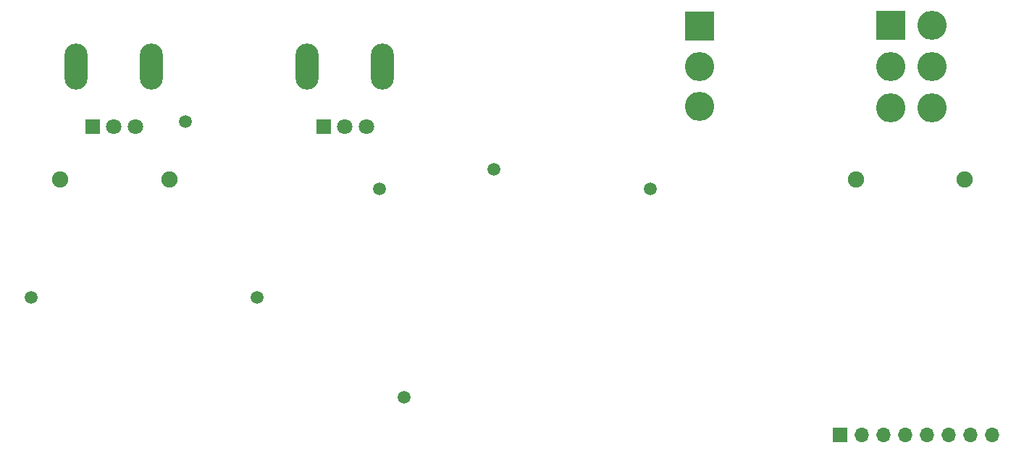
<source format=gbr>
%TF.GenerationSoftware,KiCad,Pcbnew,(6.0.9-0)*%
%TF.CreationDate,2024-08-25T20:50:42+02:00*%
%TF.ProjectId,preamp-test,70726561-6d70-42d7-9465-73742e6b6963,rev?*%
%TF.SameCoordinates,Original*%
%TF.FileFunction,Soldermask,Top*%
%TF.FilePolarity,Negative*%
%FSLAX46Y46*%
G04 Gerber Fmt 4.6, Leading zero omitted, Abs format (unit mm)*
G04 Created by KiCad (PCBNEW (6.0.9-0)) date 2024-08-25 20:50:42*
%MOMM*%
%LPD*%
G01*
G04 APERTURE LIST*
%ADD10R,3.416000X3.416000*%
%ADD11O,3.416000X3.416000*%
%ADD12O,2.700000X5.400000*%
%ADD13R,1.800000X1.800000*%
%ADD14C,1.800000*%
%ADD15C,1.900000*%
%ADD16C,1.500000*%
%ADD17R,1.700000X1.700000*%
%ADD18O,1.700000X1.700000*%
G04 APERTURE END LIST*
D10*
%TO.C,SW1*%
X121900000Y-73701000D03*
D11*
X121900000Y-78400000D03*
X121900000Y-83099000D03*
%TD*%
D12*
%TO.C,RV2*%
X57800000Y-78400000D03*
X49000000Y-78400000D03*
D13*
X50900000Y-85400000D03*
D14*
X53400000Y-85400000D03*
X55900000Y-85400000D03*
%TD*%
D12*
%TO.C,RV1*%
X84800000Y-78400000D03*
X76000000Y-78400000D03*
D13*
X77900000Y-85400000D03*
D14*
X80400000Y-85400000D03*
X82900000Y-85400000D03*
%TD*%
D10*
%TO.C,SW2*%
X144187000Y-73566000D03*
D11*
X144187000Y-78396000D03*
X144187000Y-83226000D03*
X149017000Y-73566000D03*
X149017000Y-78396000D03*
X149017000Y-83226000D03*
%TD*%
D15*
%TO.C,J8*%
X152870000Y-91600000D03*
X140130000Y-91600000D03*
%TD*%
D16*
%TO.C,TP3*%
X84455000Y-92710000D03*
%TD*%
%TO.C,TP1*%
X87307500Y-117094000D03*
%TD*%
%TO.C,TP4*%
X116078000Y-92710000D03*
%TD*%
D15*
%TO.C,J9*%
X59870000Y-91600000D03*
X47130000Y-91600000D03*
%TD*%
D16*
%TO.C,TP7*%
X70104000Y-105410000D03*
%TD*%
%TO.C,TP2*%
X97790000Y-90424000D03*
%TD*%
%TO.C,TP6*%
X43688000Y-105410000D03*
%TD*%
D17*
%TO.C,J1*%
X138303000Y-121500000D03*
D18*
X140843000Y-121500000D03*
X143383000Y-121500000D03*
X145923000Y-121500000D03*
X148463000Y-121500000D03*
X151003000Y-121500000D03*
X153543000Y-121500000D03*
X156083000Y-121500000D03*
%TD*%
D16*
%TO.C,TP5*%
X61722000Y-84836000D03*
%TD*%
M02*

</source>
